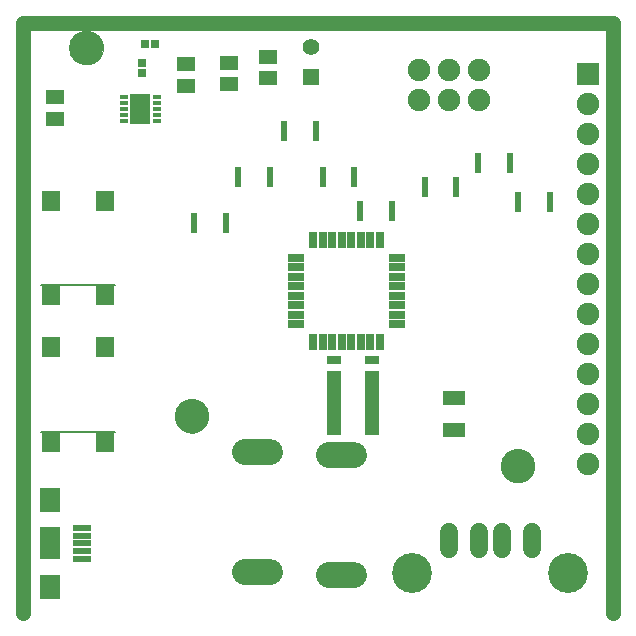
<source format=gts>
G75*
%MOIN*%
%OFA0B0*%
%FSLAX25Y25*%
%IPPOS*%
%LPD*%
%AMOC8*
5,1,8,0,0,1.08239X$1,22.5*
%
%ADD10C,0.05000*%
%ADD11C,0.00000*%
%ADD12C,0.11424*%
%ADD13R,0.02600X0.05400*%
%ADD14R,0.05400X0.02600*%
%ADD15R,0.06100X0.04800*%
%ADD16R,0.07487X0.05124*%
%ADD17R,0.06109X0.01975*%
%ADD18R,0.06693X0.07874*%
%ADD19R,0.06693X0.10630*%
%ADD20C,0.06000*%
%ADD21C,0.13300*%
%ADD22C,0.07487*%
%ADD23R,0.07487X0.07487*%
%ADD24C,0.00500*%
%ADD25R,0.05912X0.06699*%
%ADD26R,0.02369X0.06699*%
%ADD27R,0.02600X0.02800*%
%ADD28R,0.04731X0.21660*%
%ADD29R,0.04731X0.03156*%
%ADD30R,0.02800X0.02600*%
%ADD31R,0.05550X0.05550*%
%ADD32C,0.05550*%
%ADD33R,0.02762X0.01345*%
%ADD34R,0.06896X0.09849*%
%ADD35C,0.08668*%
D10*
X0012331Y0032803D02*
X0012331Y0229654D01*
X0209181Y0229654D01*
X0209181Y0032803D01*
D11*
X0171779Y0082016D02*
X0171781Y0082164D01*
X0171787Y0082312D01*
X0171797Y0082460D01*
X0171811Y0082607D01*
X0171829Y0082754D01*
X0171850Y0082900D01*
X0171876Y0083046D01*
X0171906Y0083191D01*
X0171939Y0083335D01*
X0171977Y0083478D01*
X0172018Y0083620D01*
X0172063Y0083761D01*
X0172111Y0083901D01*
X0172164Y0084040D01*
X0172220Y0084177D01*
X0172280Y0084312D01*
X0172343Y0084446D01*
X0172410Y0084578D01*
X0172481Y0084708D01*
X0172555Y0084836D01*
X0172632Y0084962D01*
X0172713Y0085086D01*
X0172797Y0085208D01*
X0172884Y0085327D01*
X0172975Y0085444D01*
X0173069Y0085559D01*
X0173165Y0085671D01*
X0173265Y0085781D01*
X0173367Y0085887D01*
X0173473Y0085991D01*
X0173581Y0086092D01*
X0173692Y0086190D01*
X0173805Y0086286D01*
X0173921Y0086378D01*
X0174039Y0086467D01*
X0174160Y0086552D01*
X0174283Y0086635D01*
X0174408Y0086714D01*
X0174535Y0086790D01*
X0174664Y0086862D01*
X0174795Y0086931D01*
X0174928Y0086996D01*
X0175063Y0087057D01*
X0175199Y0087115D01*
X0175336Y0087170D01*
X0175475Y0087220D01*
X0175616Y0087267D01*
X0175757Y0087310D01*
X0175900Y0087350D01*
X0176044Y0087385D01*
X0176188Y0087417D01*
X0176334Y0087444D01*
X0176480Y0087468D01*
X0176627Y0087488D01*
X0176774Y0087504D01*
X0176921Y0087516D01*
X0177069Y0087524D01*
X0177217Y0087528D01*
X0177365Y0087528D01*
X0177513Y0087524D01*
X0177661Y0087516D01*
X0177808Y0087504D01*
X0177955Y0087488D01*
X0178102Y0087468D01*
X0178248Y0087444D01*
X0178394Y0087417D01*
X0178538Y0087385D01*
X0178682Y0087350D01*
X0178825Y0087310D01*
X0178966Y0087267D01*
X0179107Y0087220D01*
X0179246Y0087170D01*
X0179383Y0087115D01*
X0179519Y0087057D01*
X0179654Y0086996D01*
X0179787Y0086931D01*
X0179918Y0086862D01*
X0180047Y0086790D01*
X0180174Y0086714D01*
X0180299Y0086635D01*
X0180422Y0086552D01*
X0180543Y0086467D01*
X0180661Y0086378D01*
X0180777Y0086286D01*
X0180890Y0086190D01*
X0181001Y0086092D01*
X0181109Y0085991D01*
X0181215Y0085887D01*
X0181317Y0085781D01*
X0181417Y0085671D01*
X0181513Y0085559D01*
X0181607Y0085444D01*
X0181698Y0085327D01*
X0181785Y0085208D01*
X0181869Y0085086D01*
X0181950Y0084962D01*
X0182027Y0084836D01*
X0182101Y0084708D01*
X0182172Y0084578D01*
X0182239Y0084446D01*
X0182302Y0084312D01*
X0182362Y0084177D01*
X0182418Y0084040D01*
X0182471Y0083901D01*
X0182519Y0083761D01*
X0182564Y0083620D01*
X0182605Y0083478D01*
X0182643Y0083335D01*
X0182676Y0083191D01*
X0182706Y0083046D01*
X0182732Y0082900D01*
X0182753Y0082754D01*
X0182771Y0082607D01*
X0182785Y0082460D01*
X0182795Y0082312D01*
X0182801Y0082164D01*
X0182803Y0082016D01*
X0182801Y0081868D01*
X0182795Y0081720D01*
X0182785Y0081572D01*
X0182771Y0081425D01*
X0182753Y0081278D01*
X0182732Y0081132D01*
X0182706Y0080986D01*
X0182676Y0080841D01*
X0182643Y0080697D01*
X0182605Y0080554D01*
X0182564Y0080412D01*
X0182519Y0080271D01*
X0182471Y0080131D01*
X0182418Y0079992D01*
X0182362Y0079855D01*
X0182302Y0079720D01*
X0182239Y0079586D01*
X0182172Y0079454D01*
X0182101Y0079324D01*
X0182027Y0079196D01*
X0181950Y0079070D01*
X0181869Y0078946D01*
X0181785Y0078824D01*
X0181698Y0078705D01*
X0181607Y0078588D01*
X0181513Y0078473D01*
X0181417Y0078361D01*
X0181317Y0078251D01*
X0181215Y0078145D01*
X0181109Y0078041D01*
X0181001Y0077940D01*
X0180890Y0077842D01*
X0180777Y0077746D01*
X0180661Y0077654D01*
X0180543Y0077565D01*
X0180422Y0077480D01*
X0180299Y0077397D01*
X0180174Y0077318D01*
X0180047Y0077242D01*
X0179918Y0077170D01*
X0179787Y0077101D01*
X0179654Y0077036D01*
X0179519Y0076975D01*
X0179383Y0076917D01*
X0179246Y0076862D01*
X0179107Y0076812D01*
X0178966Y0076765D01*
X0178825Y0076722D01*
X0178682Y0076682D01*
X0178538Y0076647D01*
X0178394Y0076615D01*
X0178248Y0076588D01*
X0178102Y0076564D01*
X0177955Y0076544D01*
X0177808Y0076528D01*
X0177661Y0076516D01*
X0177513Y0076508D01*
X0177365Y0076504D01*
X0177217Y0076504D01*
X0177069Y0076508D01*
X0176921Y0076516D01*
X0176774Y0076528D01*
X0176627Y0076544D01*
X0176480Y0076564D01*
X0176334Y0076588D01*
X0176188Y0076615D01*
X0176044Y0076647D01*
X0175900Y0076682D01*
X0175757Y0076722D01*
X0175616Y0076765D01*
X0175475Y0076812D01*
X0175336Y0076862D01*
X0175199Y0076917D01*
X0175063Y0076975D01*
X0174928Y0077036D01*
X0174795Y0077101D01*
X0174664Y0077170D01*
X0174535Y0077242D01*
X0174408Y0077318D01*
X0174283Y0077397D01*
X0174160Y0077480D01*
X0174039Y0077565D01*
X0173921Y0077654D01*
X0173805Y0077746D01*
X0173692Y0077842D01*
X0173581Y0077940D01*
X0173473Y0078041D01*
X0173367Y0078145D01*
X0173265Y0078251D01*
X0173165Y0078361D01*
X0173069Y0078473D01*
X0172975Y0078588D01*
X0172884Y0078705D01*
X0172797Y0078824D01*
X0172713Y0078946D01*
X0172632Y0079070D01*
X0172555Y0079196D01*
X0172481Y0079324D01*
X0172410Y0079454D01*
X0172343Y0079586D01*
X0172280Y0079720D01*
X0172220Y0079855D01*
X0172164Y0079992D01*
X0172111Y0080131D01*
X0172063Y0080271D01*
X0172018Y0080412D01*
X0171977Y0080554D01*
X0171939Y0080697D01*
X0171906Y0080841D01*
X0171876Y0080986D01*
X0171850Y0081132D01*
X0171829Y0081278D01*
X0171811Y0081425D01*
X0171797Y0081572D01*
X0171787Y0081720D01*
X0171781Y0081868D01*
X0171779Y0082016D01*
X0063118Y0098551D02*
X0063120Y0098699D01*
X0063126Y0098847D01*
X0063136Y0098995D01*
X0063150Y0099142D01*
X0063168Y0099289D01*
X0063189Y0099435D01*
X0063215Y0099581D01*
X0063245Y0099726D01*
X0063278Y0099870D01*
X0063316Y0100013D01*
X0063357Y0100155D01*
X0063402Y0100296D01*
X0063450Y0100436D01*
X0063503Y0100575D01*
X0063559Y0100712D01*
X0063619Y0100847D01*
X0063682Y0100981D01*
X0063749Y0101113D01*
X0063820Y0101243D01*
X0063894Y0101371D01*
X0063971Y0101497D01*
X0064052Y0101621D01*
X0064136Y0101743D01*
X0064223Y0101862D01*
X0064314Y0101979D01*
X0064408Y0102094D01*
X0064504Y0102206D01*
X0064604Y0102316D01*
X0064706Y0102422D01*
X0064812Y0102526D01*
X0064920Y0102627D01*
X0065031Y0102725D01*
X0065144Y0102821D01*
X0065260Y0102913D01*
X0065378Y0103002D01*
X0065499Y0103087D01*
X0065622Y0103170D01*
X0065747Y0103249D01*
X0065874Y0103325D01*
X0066003Y0103397D01*
X0066134Y0103466D01*
X0066267Y0103531D01*
X0066402Y0103592D01*
X0066538Y0103650D01*
X0066675Y0103705D01*
X0066814Y0103755D01*
X0066955Y0103802D01*
X0067096Y0103845D01*
X0067239Y0103885D01*
X0067383Y0103920D01*
X0067527Y0103952D01*
X0067673Y0103979D01*
X0067819Y0104003D01*
X0067966Y0104023D01*
X0068113Y0104039D01*
X0068260Y0104051D01*
X0068408Y0104059D01*
X0068556Y0104063D01*
X0068704Y0104063D01*
X0068852Y0104059D01*
X0069000Y0104051D01*
X0069147Y0104039D01*
X0069294Y0104023D01*
X0069441Y0104003D01*
X0069587Y0103979D01*
X0069733Y0103952D01*
X0069877Y0103920D01*
X0070021Y0103885D01*
X0070164Y0103845D01*
X0070305Y0103802D01*
X0070446Y0103755D01*
X0070585Y0103705D01*
X0070722Y0103650D01*
X0070858Y0103592D01*
X0070993Y0103531D01*
X0071126Y0103466D01*
X0071257Y0103397D01*
X0071386Y0103325D01*
X0071513Y0103249D01*
X0071638Y0103170D01*
X0071761Y0103087D01*
X0071882Y0103002D01*
X0072000Y0102913D01*
X0072116Y0102821D01*
X0072229Y0102725D01*
X0072340Y0102627D01*
X0072448Y0102526D01*
X0072554Y0102422D01*
X0072656Y0102316D01*
X0072756Y0102206D01*
X0072852Y0102094D01*
X0072946Y0101979D01*
X0073037Y0101862D01*
X0073124Y0101743D01*
X0073208Y0101621D01*
X0073289Y0101497D01*
X0073366Y0101371D01*
X0073440Y0101243D01*
X0073511Y0101113D01*
X0073578Y0100981D01*
X0073641Y0100847D01*
X0073701Y0100712D01*
X0073757Y0100575D01*
X0073810Y0100436D01*
X0073858Y0100296D01*
X0073903Y0100155D01*
X0073944Y0100013D01*
X0073982Y0099870D01*
X0074015Y0099726D01*
X0074045Y0099581D01*
X0074071Y0099435D01*
X0074092Y0099289D01*
X0074110Y0099142D01*
X0074124Y0098995D01*
X0074134Y0098847D01*
X0074140Y0098699D01*
X0074142Y0098551D01*
X0074140Y0098403D01*
X0074134Y0098255D01*
X0074124Y0098107D01*
X0074110Y0097960D01*
X0074092Y0097813D01*
X0074071Y0097667D01*
X0074045Y0097521D01*
X0074015Y0097376D01*
X0073982Y0097232D01*
X0073944Y0097089D01*
X0073903Y0096947D01*
X0073858Y0096806D01*
X0073810Y0096666D01*
X0073757Y0096527D01*
X0073701Y0096390D01*
X0073641Y0096255D01*
X0073578Y0096121D01*
X0073511Y0095989D01*
X0073440Y0095859D01*
X0073366Y0095731D01*
X0073289Y0095605D01*
X0073208Y0095481D01*
X0073124Y0095359D01*
X0073037Y0095240D01*
X0072946Y0095123D01*
X0072852Y0095008D01*
X0072756Y0094896D01*
X0072656Y0094786D01*
X0072554Y0094680D01*
X0072448Y0094576D01*
X0072340Y0094475D01*
X0072229Y0094377D01*
X0072116Y0094281D01*
X0072000Y0094189D01*
X0071882Y0094100D01*
X0071761Y0094015D01*
X0071638Y0093932D01*
X0071513Y0093853D01*
X0071386Y0093777D01*
X0071257Y0093705D01*
X0071126Y0093636D01*
X0070993Y0093571D01*
X0070858Y0093510D01*
X0070722Y0093452D01*
X0070585Y0093397D01*
X0070446Y0093347D01*
X0070305Y0093300D01*
X0070164Y0093257D01*
X0070021Y0093217D01*
X0069877Y0093182D01*
X0069733Y0093150D01*
X0069587Y0093123D01*
X0069441Y0093099D01*
X0069294Y0093079D01*
X0069147Y0093063D01*
X0069000Y0093051D01*
X0068852Y0093043D01*
X0068704Y0093039D01*
X0068556Y0093039D01*
X0068408Y0093043D01*
X0068260Y0093051D01*
X0068113Y0093063D01*
X0067966Y0093079D01*
X0067819Y0093099D01*
X0067673Y0093123D01*
X0067527Y0093150D01*
X0067383Y0093182D01*
X0067239Y0093217D01*
X0067096Y0093257D01*
X0066955Y0093300D01*
X0066814Y0093347D01*
X0066675Y0093397D01*
X0066538Y0093452D01*
X0066402Y0093510D01*
X0066267Y0093571D01*
X0066134Y0093636D01*
X0066003Y0093705D01*
X0065874Y0093777D01*
X0065747Y0093853D01*
X0065622Y0093932D01*
X0065499Y0094015D01*
X0065378Y0094100D01*
X0065260Y0094189D01*
X0065144Y0094281D01*
X0065031Y0094377D01*
X0064920Y0094475D01*
X0064812Y0094576D01*
X0064706Y0094680D01*
X0064604Y0094786D01*
X0064504Y0094896D01*
X0064408Y0095008D01*
X0064314Y0095123D01*
X0064223Y0095240D01*
X0064136Y0095359D01*
X0064052Y0095481D01*
X0063971Y0095605D01*
X0063894Y0095731D01*
X0063820Y0095859D01*
X0063749Y0095989D01*
X0063682Y0096121D01*
X0063619Y0096255D01*
X0063559Y0096390D01*
X0063503Y0096527D01*
X0063450Y0096666D01*
X0063402Y0096806D01*
X0063357Y0096947D01*
X0063316Y0097089D01*
X0063278Y0097232D01*
X0063245Y0097376D01*
X0063215Y0097521D01*
X0063189Y0097667D01*
X0063168Y0097813D01*
X0063150Y0097960D01*
X0063136Y0098107D01*
X0063126Y0098255D01*
X0063120Y0098403D01*
X0063118Y0098551D01*
X0028079Y0221386D02*
X0028081Y0221534D01*
X0028087Y0221682D01*
X0028097Y0221830D01*
X0028111Y0221977D01*
X0028129Y0222124D01*
X0028150Y0222270D01*
X0028176Y0222416D01*
X0028206Y0222561D01*
X0028239Y0222705D01*
X0028277Y0222848D01*
X0028318Y0222990D01*
X0028363Y0223131D01*
X0028411Y0223271D01*
X0028464Y0223410D01*
X0028520Y0223547D01*
X0028580Y0223682D01*
X0028643Y0223816D01*
X0028710Y0223948D01*
X0028781Y0224078D01*
X0028855Y0224206D01*
X0028932Y0224332D01*
X0029013Y0224456D01*
X0029097Y0224578D01*
X0029184Y0224697D01*
X0029275Y0224814D01*
X0029369Y0224929D01*
X0029465Y0225041D01*
X0029565Y0225151D01*
X0029667Y0225257D01*
X0029773Y0225361D01*
X0029881Y0225462D01*
X0029992Y0225560D01*
X0030105Y0225656D01*
X0030221Y0225748D01*
X0030339Y0225837D01*
X0030460Y0225922D01*
X0030583Y0226005D01*
X0030708Y0226084D01*
X0030835Y0226160D01*
X0030964Y0226232D01*
X0031095Y0226301D01*
X0031228Y0226366D01*
X0031363Y0226427D01*
X0031499Y0226485D01*
X0031636Y0226540D01*
X0031775Y0226590D01*
X0031916Y0226637D01*
X0032057Y0226680D01*
X0032200Y0226720D01*
X0032344Y0226755D01*
X0032488Y0226787D01*
X0032634Y0226814D01*
X0032780Y0226838D01*
X0032927Y0226858D01*
X0033074Y0226874D01*
X0033221Y0226886D01*
X0033369Y0226894D01*
X0033517Y0226898D01*
X0033665Y0226898D01*
X0033813Y0226894D01*
X0033961Y0226886D01*
X0034108Y0226874D01*
X0034255Y0226858D01*
X0034402Y0226838D01*
X0034548Y0226814D01*
X0034694Y0226787D01*
X0034838Y0226755D01*
X0034982Y0226720D01*
X0035125Y0226680D01*
X0035266Y0226637D01*
X0035407Y0226590D01*
X0035546Y0226540D01*
X0035683Y0226485D01*
X0035819Y0226427D01*
X0035954Y0226366D01*
X0036087Y0226301D01*
X0036218Y0226232D01*
X0036347Y0226160D01*
X0036474Y0226084D01*
X0036599Y0226005D01*
X0036722Y0225922D01*
X0036843Y0225837D01*
X0036961Y0225748D01*
X0037077Y0225656D01*
X0037190Y0225560D01*
X0037301Y0225462D01*
X0037409Y0225361D01*
X0037515Y0225257D01*
X0037617Y0225151D01*
X0037717Y0225041D01*
X0037813Y0224929D01*
X0037907Y0224814D01*
X0037998Y0224697D01*
X0038085Y0224578D01*
X0038169Y0224456D01*
X0038250Y0224332D01*
X0038327Y0224206D01*
X0038401Y0224078D01*
X0038472Y0223948D01*
X0038539Y0223816D01*
X0038602Y0223682D01*
X0038662Y0223547D01*
X0038718Y0223410D01*
X0038771Y0223271D01*
X0038819Y0223131D01*
X0038864Y0222990D01*
X0038905Y0222848D01*
X0038943Y0222705D01*
X0038976Y0222561D01*
X0039006Y0222416D01*
X0039032Y0222270D01*
X0039053Y0222124D01*
X0039071Y0221977D01*
X0039085Y0221830D01*
X0039095Y0221682D01*
X0039101Y0221534D01*
X0039103Y0221386D01*
X0039101Y0221238D01*
X0039095Y0221090D01*
X0039085Y0220942D01*
X0039071Y0220795D01*
X0039053Y0220648D01*
X0039032Y0220502D01*
X0039006Y0220356D01*
X0038976Y0220211D01*
X0038943Y0220067D01*
X0038905Y0219924D01*
X0038864Y0219782D01*
X0038819Y0219641D01*
X0038771Y0219501D01*
X0038718Y0219362D01*
X0038662Y0219225D01*
X0038602Y0219090D01*
X0038539Y0218956D01*
X0038472Y0218824D01*
X0038401Y0218694D01*
X0038327Y0218566D01*
X0038250Y0218440D01*
X0038169Y0218316D01*
X0038085Y0218194D01*
X0037998Y0218075D01*
X0037907Y0217958D01*
X0037813Y0217843D01*
X0037717Y0217731D01*
X0037617Y0217621D01*
X0037515Y0217515D01*
X0037409Y0217411D01*
X0037301Y0217310D01*
X0037190Y0217212D01*
X0037077Y0217116D01*
X0036961Y0217024D01*
X0036843Y0216935D01*
X0036722Y0216850D01*
X0036599Y0216767D01*
X0036474Y0216688D01*
X0036347Y0216612D01*
X0036218Y0216540D01*
X0036087Y0216471D01*
X0035954Y0216406D01*
X0035819Y0216345D01*
X0035683Y0216287D01*
X0035546Y0216232D01*
X0035407Y0216182D01*
X0035266Y0216135D01*
X0035125Y0216092D01*
X0034982Y0216052D01*
X0034838Y0216017D01*
X0034694Y0215985D01*
X0034548Y0215958D01*
X0034402Y0215934D01*
X0034255Y0215914D01*
X0034108Y0215898D01*
X0033961Y0215886D01*
X0033813Y0215878D01*
X0033665Y0215874D01*
X0033517Y0215874D01*
X0033369Y0215878D01*
X0033221Y0215886D01*
X0033074Y0215898D01*
X0032927Y0215914D01*
X0032780Y0215934D01*
X0032634Y0215958D01*
X0032488Y0215985D01*
X0032344Y0216017D01*
X0032200Y0216052D01*
X0032057Y0216092D01*
X0031916Y0216135D01*
X0031775Y0216182D01*
X0031636Y0216232D01*
X0031499Y0216287D01*
X0031363Y0216345D01*
X0031228Y0216406D01*
X0031095Y0216471D01*
X0030964Y0216540D01*
X0030835Y0216612D01*
X0030708Y0216688D01*
X0030583Y0216767D01*
X0030460Y0216850D01*
X0030339Y0216935D01*
X0030221Y0217024D01*
X0030105Y0217116D01*
X0029992Y0217212D01*
X0029881Y0217310D01*
X0029773Y0217411D01*
X0029667Y0217515D01*
X0029565Y0217621D01*
X0029465Y0217731D01*
X0029369Y0217843D01*
X0029275Y0217958D01*
X0029184Y0218075D01*
X0029097Y0218194D01*
X0029013Y0218316D01*
X0028932Y0218440D01*
X0028855Y0218566D01*
X0028781Y0218694D01*
X0028710Y0218824D01*
X0028643Y0218956D01*
X0028580Y0219090D01*
X0028520Y0219225D01*
X0028464Y0219362D01*
X0028411Y0219501D01*
X0028363Y0219641D01*
X0028318Y0219782D01*
X0028277Y0219924D01*
X0028239Y0220067D01*
X0028206Y0220211D01*
X0028176Y0220356D01*
X0028150Y0220502D01*
X0028129Y0220648D01*
X0028111Y0220795D01*
X0028097Y0220942D01*
X0028087Y0221090D01*
X0028081Y0221238D01*
X0028079Y0221386D01*
D12*
X0033591Y0221386D03*
X0068630Y0098551D03*
X0177291Y0082016D03*
D13*
X0131307Y0123344D03*
X0128157Y0123344D03*
X0125008Y0123344D03*
X0121858Y0123344D03*
X0118709Y0123344D03*
X0115559Y0123344D03*
X0112409Y0123344D03*
X0109260Y0123344D03*
X0109260Y0157144D03*
X0112409Y0157144D03*
X0115559Y0157144D03*
X0118709Y0157144D03*
X0121858Y0157144D03*
X0125008Y0157144D03*
X0128157Y0157144D03*
X0131307Y0157144D03*
D14*
X0137183Y0151268D03*
X0137183Y0148118D03*
X0137183Y0144969D03*
X0137183Y0141819D03*
X0137183Y0138669D03*
X0137183Y0135520D03*
X0137183Y0132370D03*
X0137183Y0129220D03*
X0103383Y0129220D03*
X0103383Y0132370D03*
X0103383Y0135520D03*
X0103383Y0138669D03*
X0103383Y0141819D03*
X0103383Y0144969D03*
X0103383Y0148118D03*
X0103383Y0151268D03*
D15*
X0094063Y0211182D03*
X0094063Y0218282D03*
X0081228Y0216393D03*
X0081228Y0209293D03*
X0066819Y0208663D03*
X0066819Y0215763D03*
X0023079Y0204778D03*
X0023079Y0197678D03*
D16*
X0156150Y0104457D03*
X0156150Y0093827D03*
D17*
X0032075Y0061228D03*
X0032075Y0058669D03*
X0032075Y0056110D03*
X0032075Y0053551D03*
X0032075Y0050992D03*
D18*
X0021346Y0041606D03*
X0021346Y0070614D03*
D19*
X0021346Y0056110D03*
D20*
X0154457Y0054176D02*
X0154457Y0059776D01*
X0164299Y0059776D02*
X0164299Y0054176D01*
X0172173Y0054176D02*
X0172173Y0059776D01*
X0182016Y0059776D02*
X0182016Y0054176D01*
D21*
X0194220Y0046307D03*
X0142252Y0046307D03*
D22*
X0200756Y0082567D03*
X0200756Y0092567D03*
X0200756Y0102567D03*
X0200756Y0112567D03*
X0200756Y0122567D03*
X0200756Y0132567D03*
X0200756Y0142567D03*
X0200756Y0152567D03*
X0200756Y0162567D03*
X0200756Y0172567D03*
X0200756Y0182567D03*
X0200756Y0192567D03*
X0200756Y0202567D03*
X0164457Y0203984D03*
X0164457Y0213984D03*
X0154457Y0213984D03*
X0154457Y0203984D03*
X0144457Y0203984D03*
X0144457Y0213984D03*
D23*
X0200756Y0212567D03*
D24*
X0043197Y0142134D02*
X0018394Y0142134D01*
X0018394Y0093315D02*
X0043197Y0093315D01*
D25*
X0039654Y0089969D03*
X0021937Y0089969D03*
X0021937Y0121465D03*
X0021937Y0138787D03*
X0039654Y0138787D03*
X0039654Y0121465D03*
X0039654Y0170283D03*
X0021937Y0170283D03*
D26*
X0069417Y0163039D03*
X0080047Y0163039D03*
X0084102Y0178157D03*
X0094732Y0178157D03*
X0099535Y0193551D03*
X0110165Y0193551D03*
X0112291Y0178394D03*
X0122921Y0178394D03*
X0124811Y0166858D03*
X0135441Y0166858D03*
X0146307Y0175047D03*
X0156937Y0175047D03*
X0164181Y0182764D03*
X0174811Y0182764D03*
X0177409Y0170047D03*
X0188039Y0170047D03*
D27*
X0056382Y0222488D03*
X0053082Y0222488D03*
D28*
X0116031Y0102921D03*
X0128630Y0102921D03*
D29*
X0128630Y0117094D03*
X0116031Y0117094D03*
D30*
X0052134Y0212964D03*
X0052134Y0216264D03*
D31*
X0108315Y0211583D03*
D32*
X0108315Y0221583D03*
D33*
X0057094Y0204929D03*
X0057094Y0202961D03*
X0057094Y0200992D03*
X0057094Y0199024D03*
X0057094Y0197055D03*
X0046071Y0197055D03*
X0046071Y0199024D03*
X0046071Y0200992D03*
X0046071Y0202961D03*
X0046071Y0204929D03*
D34*
X0051583Y0200992D03*
D35*
X0086465Y0086465D02*
X0094732Y0086465D01*
X0114417Y0085677D02*
X0122685Y0085677D01*
X0122685Y0045677D02*
X0114417Y0045677D01*
X0094732Y0046465D02*
X0086465Y0046465D01*
M02*

</source>
